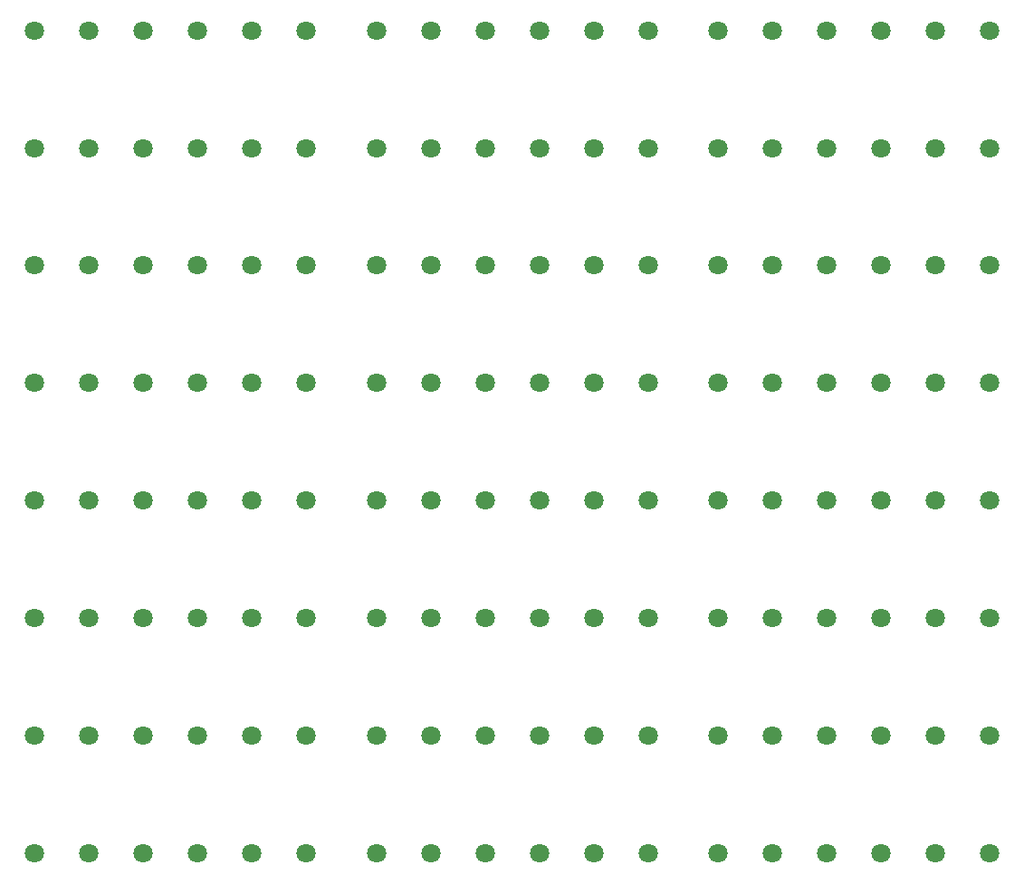
<source format=gbr>
%TF.GenerationSoftware,KiCad,Pcbnew,8.0.4-unknown-202407232306~396e531e7c~ubuntu22.04.1*%
%TF.CreationDate,2024-08-17T16:34:09+01:00*%
%TF.ProjectId,PANEL_DRY_ELEC_6CH_THIN,50414e45-4c5f-4445-9259-5f454c45435f,1.0*%
%TF.SameCoordinates,Original*%
%TF.FileFunction,Copper,L2,Inr*%
%TF.FilePolarity,Positive*%
%FSLAX46Y46*%
G04 Gerber Fmt 4.6, Leading zero omitted, Abs format (unit mm)*
G04 Created by KiCad (PCBNEW 8.0.4-unknown-202407232306~396e531e7c~ubuntu22.04.1) date 2024-08-17 16:34:09*
%MOMM*%
%LPD*%
G01*
G04 APERTURE LIST*
%TA.AperFunction,ComponentPad*%
%ADD10C,1.800000*%
%TD*%
G04 APERTURE END LIST*
D10*
%TO.N,Board_3-/filtering_4/ELECTRODE*%
%TO.C,J20*%
X8300000Y-23500000D03*
%TD*%
%TO.N,Board_2-/filtering_6/ELECTRODE*%
%TO.C,J22*%
X82460000Y-12500000D03*
%TD*%
%TO.N,Board_17-/filtering_3/ELECTRODE*%
%TO.C,J19*%
X97700000Y-67500000D03*
%TD*%
%TO.N,Board_0-/filtering_6/ELECTRODE*%
%TO.C,J22*%
X18460000Y-12500000D03*
%TD*%
%TO.N,Board_12-/filtering_5/ELECTRODE*%
%TO.C,J21*%
X13380000Y-56500000D03*
%TD*%
%TO.N,Board_21-/filtering_2/ELECTRODE*%
%TO.C,J18*%
X28620000Y-89500000D03*
%TD*%
%TO.N,Board_15-/filtering_1/ELECTRODE*%
%TO.C,J17*%
X23540000Y-67500000D03*
%TD*%
%TO.N,Board_8-/filtering_4/ELECTRODE*%
%TO.C,J20*%
X72300000Y-34500000D03*
%TD*%
%TO.N,Board_8-/filtering_1/ELECTRODE*%
%TO.C,J17*%
X87540000Y-34500000D03*
%TD*%
%TO.N,Board_6-/filtering_4/ELECTRODE*%
%TO.C,J20*%
X8300000Y-34500000D03*
%TD*%
%TO.N,Board_14-/filtering_3/ELECTRODE*%
%TO.C,J19*%
X97700000Y-56500000D03*
%TD*%
%TO.N,Board_1-/filtering_6/ELECTRODE*%
%TO.C,J22*%
X50460000Y-12500000D03*
%TD*%
%TO.N,Board_15-/filtering_6/ELECTRODE*%
%TO.C,J22*%
X18460000Y-67500000D03*
%TD*%
%TO.N,Board_7-/filtering_1/ELECTRODE*%
%TO.C,J17*%
X55540000Y-34500000D03*
%TD*%
%TO.N,Board_20-/filtering_2/ELECTRODE*%
%TO.C,J18*%
X92620000Y-78500000D03*
%TD*%
%TO.N,Board_7-/filtering_4/ELECTRODE*%
%TO.C,J20*%
X40300000Y-34500000D03*
%TD*%
%TO.N,Board_12-/filtering_3/ELECTRODE*%
%TO.C,J19*%
X33700000Y-56500000D03*
%TD*%
%TO.N,Board_9-/filtering_2/ELECTRODE*%
%TO.C,J18*%
X28620000Y-45500000D03*
%TD*%
%TO.N,Board_17-/filtering_4/ELECTRODE*%
%TO.C,J20*%
X72300000Y-67500000D03*
%TD*%
%TO.N,Board_6-/filtering_6/ELECTRODE*%
%TO.C,J22*%
X18460000Y-34500000D03*
%TD*%
%TO.N,Board_16-/filtering_4/ELECTRODE*%
%TO.C,J20*%
X40300000Y-67500000D03*
%TD*%
%TO.N,Board_4-/filtering_2/ELECTRODE*%
%TO.C,J18*%
X60620000Y-23500000D03*
%TD*%
%TO.N,Board_15-/filtering_4/ELECTRODE*%
%TO.C,J20*%
X8300000Y-67500000D03*
%TD*%
%TO.N,Board_9-/filtering_3/ELECTRODE*%
%TO.C,J19*%
X33700000Y-45500000D03*
%TD*%
%TO.N,Board_14-/filtering_5/ELECTRODE*%
%TO.C,J21*%
X77380000Y-56500000D03*
%TD*%
%TO.N,Board_12-/filtering_4/ELECTRODE*%
%TO.C,J20*%
X8300000Y-56500000D03*
%TD*%
%TO.N,Board_9-/filtering_1/ELECTRODE*%
%TO.C,J17*%
X23540000Y-45500000D03*
%TD*%
%TO.N,Board_21-/filtering_3/ELECTRODE*%
%TO.C,J19*%
X33700000Y-89500000D03*
%TD*%
%TO.N,Board_10-/filtering_4/ELECTRODE*%
%TO.C,J20*%
X40300000Y-45500000D03*
%TD*%
%TO.N,Board_22-/filtering_2/ELECTRODE*%
%TO.C,J18*%
X60620000Y-89500000D03*
%TD*%
%TO.N,Board_19-/filtering_6/ELECTRODE*%
%TO.C,J22*%
X50460000Y-78500000D03*
%TD*%
%TO.N,Board_4-/filtering_1/ELECTRODE*%
%TO.C,J17*%
X55540000Y-23500000D03*
%TD*%
%TO.N,Board_19-/filtering_3/ELECTRODE*%
%TO.C,J19*%
X65700000Y-78500000D03*
%TD*%
%TO.N,Board_4-/filtering_3/ELECTRODE*%
%TO.C,J19*%
X65700000Y-23500000D03*
%TD*%
%TO.N,Board_6-/filtering_1/ELECTRODE*%
%TO.C,J17*%
X23540000Y-34500000D03*
%TD*%
%TO.N,Board_10-/filtering_1/ELECTRODE*%
%TO.C,J17*%
X55540000Y-45500000D03*
%TD*%
%TO.N,Board_9-/filtering_6/ELECTRODE*%
%TO.C,J22*%
X18460000Y-45500000D03*
%TD*%
%TO.N,Board_22-/filtering_3/ELECTRODE*%
%TO.C,J19*%
X65700000Y-89500000D03*
%TD*%
%TO.N,Board_23-/filtering_1/ELECTRODE*%
%TO.C,J17*%
X87540000Y-89500000D03*
%TD*%
%TO.N,Board_3-/filtering_2/ELECTRODE*%
%TO.C,J18*%
X28620000Y-23500000D03*
%TD*%
%TO.N,Board_11-/filtering_6/ELECTRODE*%
%TO.C,J22*%
X82460000Y-45500000D03*
%TD*%
%TO.N,Board_7-/filtering_5/ELECTRODE*%
%TO.C,J21*%
X45380000Y-34500000D03*
%TD*%
%TO.N,Board_17-/filtering_2/ELECTRODE*%
%TO.C,J18*%
X92620000Y-67500000D03*
%TD*%
%TO.N,Board_15-/filtering_5/ELECTRODE*%
%TO.C,J21*%
X13380000Y-67500000D03*
%TD*%
%TO.N,Board_5-/filtering_5/ELECTRODE*%
%TO.C,J21*%
X77380000Y-23500000D03*
%TD*%
%TO.N,Board_21-/filtering_6/ELECTRODE*%
%TO.C,J22*%
X18460000Y-89500000D03*
%TD*%
%TO.N,Board_16-/filtering_6/ELECTRODE*%
%TO.C,J22*%
X50460000Y-67500000D03*
%TD*%
%TO.N,Board_11-/filtering_4/ELECTRODE*%
%TO.C,J20*%
X72300000Y-45500000D03*
%TD*%
%TO.N,Board_16-/filtering_3/ELECTRODE*%
%TO.C,J19*%
X65700000Y-67500000D03*
%TD*%
%TO.N,Board_5-/filtering_3/ELECTRODE*%
%TO.C,J19*%
X97700000Y-23500000D03*
%TD*%
%TO.N,Board_23-/filtering_2/ELECTRODE*%
%TO.C,J18*%
X92620000Y-89500000D03*
%TD*%
%TO.N,Board_7-/filtering_2/ELECTRODE*%
%TO.C,J18*%
X60620000Y-34500000D03*
%TD*%
%TO.N,Board_19-/filtering_1/ELECTRODE*%
%TO.C,J17*%
X55540000Y-78500000D03*
%TD*%
%TO.N,Board_3-/filtering_5/ELECTRODE*%
%TO.C,J21*%
X13380000Y-23500000D03*
%TD*%
%TO.N,Board_1-/filtering_2/ELECTRODE*%
%TO.C,J18*%
X60620000Y-12500000D03*
%TD*%
%TO.N,Board_11-/filtering_1/ELECTRODE*%
%TO.C,J17*%
X87540000Y-45500000D03*
%TD*%
%TO.N,Board_13-/filtering_5/ELECTRODE*%
%TO.C,J21*%
X45380000Y-56500000D03*
%TD*%
%TO.N,Board_2-/filtering_4/ELECTRODE*%
%TO.C,J20*%
X72300000Y-12500000D03*
%TD*%
%TO.N,Board_16-/filtering_2/ELECTRODE*%
%TO.C,J18*%
X60620000Y-67500000D03*
%TD*%
%TO.N,Board_1-/filtering_1/ELECTRODE*%
%TO.C,J17*%
X55540000Y-12500000D03*
%TD*%
%TO.N,Board_7-/filtering_6/ELECTRODE*%
%TO.C,J22*%
X50460000Y-34500000D03*
%TD*%
%TO.N,Board_8-/filtering_3/ELECTRODE*%
%TO.C,J19*%
X97700000Y-34500000D03*
%TD*%
%TO.N,Board_8-/filtering_2/ELECTRODE*%
%TO.C,J18*%
X92620000Y-34500000D03*
%TD*%
%TO.N,Board_2-/filtering_2/ELECTRODE*%
%TO.C,J18*%
X92620000Y-12500000D03*
%TD*%
%TO.N,Board_14-/filtering_4/ELECTRODE*%
%TO.C,J20*%
X72300000Y-56500000D03*
%TD*%
%TO.N,Board_20-/filtering_6/ELECTRODE*%
%TO.C,J22*%
X82460000Y-78500000D03*
%TD*%
%TO.N,Board_10-/filtering_6/ELECTRODE*%
%TO.C,J22*%
X50460000Y-45500000D03*
%TD*%
%TO.N,Board_14-/filtering_1/ELECTRODE*%
%TO.C,J17*%
X87540000Y-56500000D03*
%TD*%
%TO.N,Board_6-/filtering_3/ELECTRODE*%
%TO.C,J19*%
X33700000Y-34500000D03*
%TD*%
%TO.N,Board_23-/filtering_3/ELECTRODE*%
%TO.C,J19*%
X97700000Y-89500000D03*
%TD*%
%TO.N,Board_23-/filtering_5/ELECTRODE*%
%TO.C,J21*%
X77380000Y-89500000D03*
%TD*%
%TO.N,Board_17-/filtering_5/ELECTRODE*%
%TO.C,J21*%
X77380000Y-67500000D03*
%TD*%
%TO.N,Board_22-/filtering_1/ELECTRODE*%
%TO.C,J17*%
X55540000Y-89500000D03*
%TD*%
%TO.N,Board_1-/filtering_3/ELECTRODE*%
%TO.C,J19*%
X65700000Y-12500000D03*
%TD*%
%TO.N,Board_20-/filtering_1/ELECTRODE*%
%TO.C,J17*%
X87540000Y-78500000D03*
%TD*%
%TO.N,Board_6-/filtering_5/ELECTRODE*%
%TO.C,J21*%
X13380000Y-34500000D03*
%TD*%
%TO.N,Board_6-/filtering_2/ELECTRODE*%
%TO.C,J18*%
X28620000Y-34500000D03*
%TD*%
%TO.N,Board_4-/filtering_6/ELECTRODE*%
%TO.C,J22*%
X50460000Y-23500000D03*
%TD*%
%TO.N,Board_21-/filtering_5/ELECTRODE*%
%TO.C,J21*%
X13380000Y-89500000D03*
%TD*%
%TO.N,Board_14-/filtering_2/ELECTRODE*%
%TO.C,J18*%
X92620000Y-56500000D03*
%TD*%
%TO.N,Board_1-/filtering_4/ELECTRODE*%
%TO.C,J20*%
X40300000Y-12500000D03*
%TD*%
%TO.N,Board_23-/filtering_6/ELECTRODE*%
%TO.C,J22*%
X82460000Y-89500000D03*
%TD*%
%TO.N,Board_5-/filtering_4/ELECTRODE*%
%TO.C,J20*%
X72300000Y-23500000D03*
%TD*%
%TO.N,Board_22-/filtering_5/ELECTRODE*%
%TO.C,J21*%
X45380000Y-89500000D03*
%TD*%
%TO.N,Board_18-/filtering_5/ELECTRODE*%
%TO.C,J21*%
X13380000Y-78500000D03*
%TD*%
%TO.N,Board_15-/filtering_2/ELECTRODE*%
%TO.C,J18*%
X28620000Y-67500000D03*
%TD*%
%TO.N,Board_0-/filtering_1/ELECTRODE*%
%TO.C,J17*%
X23540000Y-12500000D03*
%TD*%
%TO.N,Board_19-/filtering_5/ELECTRODE*%
%TO.C,J21*%
X45380000Y-78500000D03*
%TD*%
%TO.N,Board_18-/filtering_4/ELECTRODE*%
%TO.C,J20*%
X8300000Y-78500000D03*
%TD*%
%TO.N,Board_12-/filtering_1/ELECTRODE*%
%TO.C,J17*%
X23540000Y-56500000D03*
%TD*%
%TO.N,Board_10-/filtering_2/ELECTRODE*%
%TO.C,J18*%
X60620000Y-45500000D03*
%TD*%
%TO.N,Board_9-/filtering_4/ELECTRODE*%
%TO.C,J20*%
X8300000Y-45500000D03*
%TD*%
%TO.N,Board_0-/filtering_2/ELECTRODE*%
%TO.C,J18*%
X28620000Y-12500000D03*
%TD*%
%TO.N,Board_22-/filtering_4/ELECTRODE*%
%TO.C,J20*%
X40300000Y-89500000D03*
%TD*%
%TO.N,Board_7-/filtering_3/ELECTRODE*%
%TO.C,J19*%
X65700000Y-34500000D03*
%TD*%
%TO.N,Board_20-/filtering_3/ELECTRODE*%
%TO.C,J19*%
X97700000Y-78500000D03*
%TD*%
%TO.N,Board_21-/filtering_4/ELECTRODE*%
%TO.C,J20*%
X8300000Y-89500000D03*
%TD*%
%TO.N,Board_13-/filtering_3/ELECTRODE*%
%TO.C,J19*%
X65700000Y-56500000D03*
%TD*%
%TO.N,Board_5-/filtering_1/ELECTRODE*%
%TO.C,J17*%
X87540000Y-23500000D03*
%TD*%
%TO.N,Board_17-/filtering_6/ELECTRODE*%
%TO.C,J22*%
X82460000Y-67500000D03*
%TD*%
%TO.N,Board_11-/filtering_5/ELECTRODE*%
%TO.C,J21*%
X77380000Y-45500000D03*
%TD*%
%TO.N,Board_2-/filtering_3/ELECTRODE*%
%TO.C,J19*%
X97700000Y-12500000D03*
%TD*%
%TO.N,Board_22-/filtering_6/ELECTRODE*%
%TO.C,J22*%
X50460000Y-89500000D03*
%TD*%
%TO.N,Board_3-/filtering_3/ELECTRODE*%
%TO.C,J19*%
X33700000Y-23500000D03*
%TD*%
%TO.N,Board_14-/filtering_6/ELECTRODE*%
%TO.C,J22*%
X82460000Y-56500000D03*
%TD*%
%TO.N,Board_13-/filtering_6/ELECTRODE*%
%TO.C,J22*%
X50460000Y-56500000D03*
%TD*%
%TO.N,Board_20-/filtering_5/ELECTRODE*%
%TO.C,J21*%
X77380000Y-78500000D03*
%TD*%
%TO.N,Board_10-/filtering_5/ELECTRODE*%
%TO.C,J21*%
X45380000Y-45500000D03*
%TD*%
%TO.N,Board_9-/filtering_5/ELECTRODE*%
%TO.C,J21*%
X13380000Y-45500000D03*
%TD*%
%TO.N,Board_2-/filtering_1/ELECTRODE*%
%TO.C,J17*%
X87540000Y-12500000D03*
%TD*%
%TO.N,Board_15-/filtering_3/ELECTRODE*%
%TO.C,J19*%
X33700000Y-67500000D03*
%TD*%
%TO.N,Board_3-/filtering_6/ELECTRODE*%
%TO.C,J22*%
X18460000Y-23500000D03*
%TD*%
%TO.N,Board_8-/filtering_6/ELECTRODE*%
%TO.C,J22*%
X82460000Y-34500000D03*
%TD*%
%TO.N,Board_4-/filtering_4/ELECTRODE*%
%TO.C,J20*%
X40300000Y-23500000D03*
%TD*%
%TO.N,Board_20-/filtering_4/ELECTRODE*%
%TO.C,J20*%
X72300000Y-78500000D03*
%TD*%
%TO.N,Board_23-/filtering_4/ELECTRODE*%
%TO.C,J20*%
X72300000Y-89500000D03*
%TD*%
%TO.N,Board_1-/filtering_5/ELECTRODE*%
%TO.C,J21*%
X45380000Y-12500000D03*
%TD*%
%TO.N,Board_10-/filtering_3/ELECTRODE*%
%TO.C,J19*%
X65700000Y-45500000D03*
%TD*%
%TO.N,Board_16-/filtering_5/ELECTRODE*%
%TO.C,J21*%
X45380000Y-67500000D03*
%TD*%
%TO.N,Board_11-/filtering_3/ELECTRODE*%
%TO.C,J19*%
X97700000Y-45500000D03*
%TD*%
%TO.N,Board_3-/filtering_1/ELECTRODE*%
%TO.C,J17*%
X23540000Y-23500000D03*
%TD*%
%TO.N,Board_2-/filtering_5/ELECTRODE*%
%TO.C,J21*%
X77380000Y-12500000D03*
%TD*%
%TO.N,Board_5-/filtering_2/ELECTRODE*%
%TO.C,J18*%
X92620000Y-23500000D03*
%TD*%
%TO.N,Board_18-/filtering_6/ELECTRODE*%
%TO.C,J22*%
X18460000Y-78500000D03*
%TD*%
%TO.N,Board_19-/filtering_4/ELECTRODE*%
%TO.C,J20*%
X40300000Y-78500000D03*
%TD*%
%TO.N,Board_13-/filtering_2/ELECTRODE*%
%TO.C,J18*%
X60620000Y-56500000D03*
%TD*%
%TO.N,Board_0-/filtering_3/ELECTRODE*%
%TO.C,J19*%
X33700000Y-12500000D03*
%TD*%
%TO.N,Board_12-/filtering_6/ELECTRODE*%
%TO.C,J22*%
X18460000Y-56500000D03*
%TD*%
%TO.N,Board_19-/filtering_2/ELECTRODE*%
%TO.C,J18*%
X60620000Y-78500000D03*
%TD*%
%TO.N,Board_11-/filtering_2/ELECTRODE*%
%TO.C,J18*%
X92620000Y-45500000D03*
%TD*%
%TO.N,Board_13-/filtering_1/ELECTRODE*%
%TO.C,J17*%
X55540000Y-56500000D03*
%TD*%
%TO.N,Board_12-/filtering_2/ELECTRODE*%
%TO.C,J18*%
X28620000Y-56500000D03*
%TD*%
%TO.N,Board_18-/filtering_3/ELECTRODE*%
%TO.C,J19*%
X33700000Y-78500000D03*
%TD*%
%TO.N,Board_5-/filtering_6/ELECTRODE*%
%TO.C,J22*%
X82460000Y-23500000D03*
%TD*%
%TO.N,Board_4-/filtering_5/ELECTRODE*%
%TO.C,J21*%
X45380000Y-23500000D03*
%TD*%
%TO.N,Board_21-/filtering_1/ELECTRODE*%
%TO.C,J17*%
X23540000Y-89500000D03*
%TD*%
%TO.N,Board_0-/filtering_4/ELECTRODE*%
%TO.C,J20*%
X8300000Y-12500000D03*
%TD*%
%TO.N,Board_18-/filtering_2/ELECTRODE*%
%TO.C,J18*%
X28620000Y-78500000D03*
%TD*%
%TO.N,Board_18-/filtering_1/ELECTRODE*%
%TO.C,J17*%
X23540000Y-78500000D03*
%TD*%
%TO.N,Board_8-/filtering_5/ELECTRODE*%
%TO.C,J21*%
X77380000Y-34500000D03*
%TD*%
%TO.N,Board_0-/filtering_5/ELECTRODE*%
%TO.C,J21*%
X13380000Y-12500000D03*
%TD*%
%TO.N,Board_13-/filtering_4/ELECTRODE*%
%TO.C,J20*%
X40300000Y-56500000D03*
%TD*%
%TO.N,Board_16-/filtering_1/ELECTRODE*%
%TO.C,J17*%
X55540000Y-67500000D03*
%TD*%
%TO.N,Board_17-/filtering_1/ELECTRODE*%
%TO.C,J17*%
X87540000Y-67500000D03*
%TD*%
M02*

</source>
